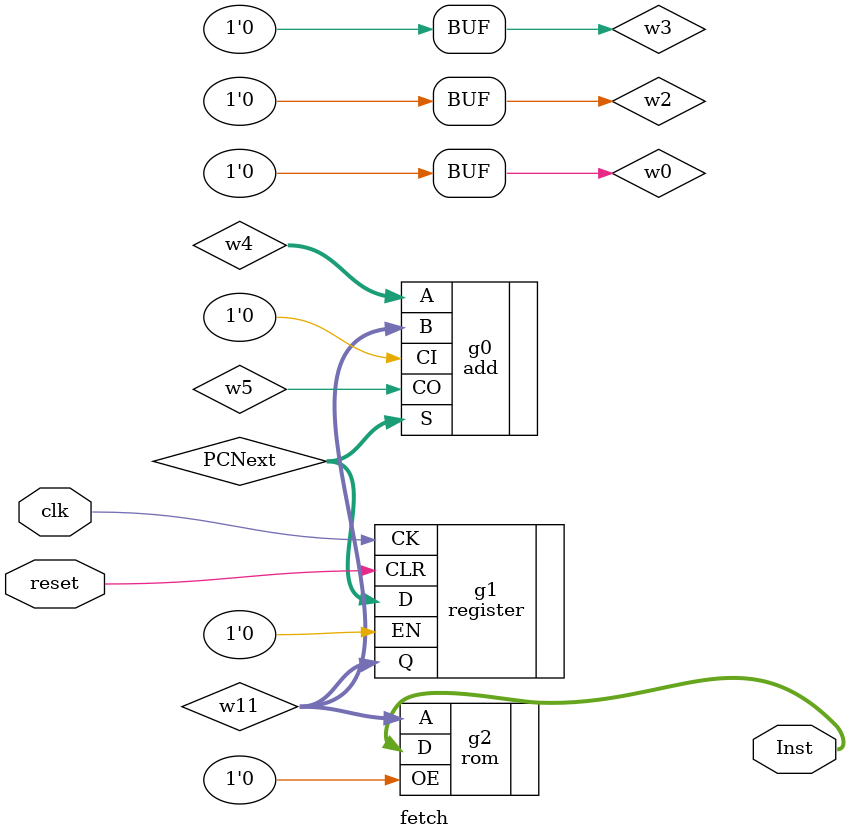
<source format=v>

module fetch(reset, clk, Inst);
//: interface  /sz:(40, 40) /bd:[ ]
supply0 w3;    //: /sn:0 {0}(771,307)(771,359){1}
supply0 w0;    //: /sn:0 {0}(889,442)(889,422){1}
output [31:0] Inst;    //: /sn:0 /dp:1 {0}(906,395)(968,395){1}
input clk;    //: /sn:0 {0}(688,446)(766,446)(766,435){1}
supply0 w2;    //: /sn:0 /dp:1 {0}(923,251)(923,270){1}
input reset;    //: /sn:0 {0}(688,345)(761,345)(761,359){1}
wire [31:0] w4;    //: /sn:0 {0}(861,267)(861,310)(909,310){1}
wire [31:0] PCNext;    //: /sn:0 /dp:1 {0}(938,294)(948,294)(948,197)(646,197)(646,397)(755,397){1}
wire [31:0] w11;    //: /sn:0 /dp:1 {0}(776,397)(812,397){1}
//: {2}(816,397)(871,397){3}
//: {4}(814,395)(814,278)(909,278){5}
wire w5;    //: /sn:0 {0}(923,332)(923,318){1}
//: enddecls

  //: supply0 g8 (w3) @(771,301) /sn:0 /R:2 /w:[ 0 ]
  //: input g4 (reset) @(686,345) /sn:0 /w:[ 0 ]
  //: input g3 (clk) @(686,446) /sn:0 /w:[ 0 ]
  rom g2 (.A(w11), .D(Inst), .OE(w0));   //: @(889,396) /sn:0 /w:[ 3 0 1 ] /mem:"/home/milax/EC/Practica2/mult.mem"
  register g1 (.Q(w11), .D(PCNext), .EN(w3), .CLR(reset), .CK(clk));   //: @(766,397) /sn:0 /R:1 /w:[ 0 1 1 1 1 ]
  //: supply0 g10 (w0) @(889,448) /sn:0 /w:[ 0 ]
  //: output g6 (Inst) @(965,395) /sn:0 /w:[ 1 ]
  //: supply0 g7 (w2) @(923,245) /sn:0 /R:2 /w:[ 0 ]
  //: joint g5 (w11) @(814, 397) /w:[ 2 4 1 -1 ]
  add g0 (.A(w4), .B(w11), .S(PCNext), .CI(w2), .CO(w5));   //: @(925,294) /sn:0 /R:1 /w:[ 1 5 0 1 1 ]
  //: dip g13 (w4) @(861,257) /sn:0 /w:[ 0 ] /st:1

endmodule

module main;    //: root_module
wire w7;    //: /sn:0 {0}(616,357)(682,357){1}
wire w2;    //: /sn:0 {0}(602,291)(682,291){1}
wire [31:0] w5;    //: /sn:0 {0}(1024,259)(1024,322)(837,322){1}
//: enddecls

  clock g8 (.Z(w2));   //: @(589,291) /sn:0 /w:[ 0 ] /omega:2000 /phi:0 /duty:50
  fetch g6 (.clk(w2), .reset(w7), .Inst(w5));   //: @(683, 241) /sz:(153, 149) /sn:0 /p:[ Li0>1 Li1>1 Ro0<1 ]
  led g9 (.I(w5));   //: @(1024,252) /sn:0 /w:[ 0 ] /type:2
  //: switch g7 (w7) @(599,357) /sn:0 /w:[ 0 ] /st:0

endmodule

</source>
